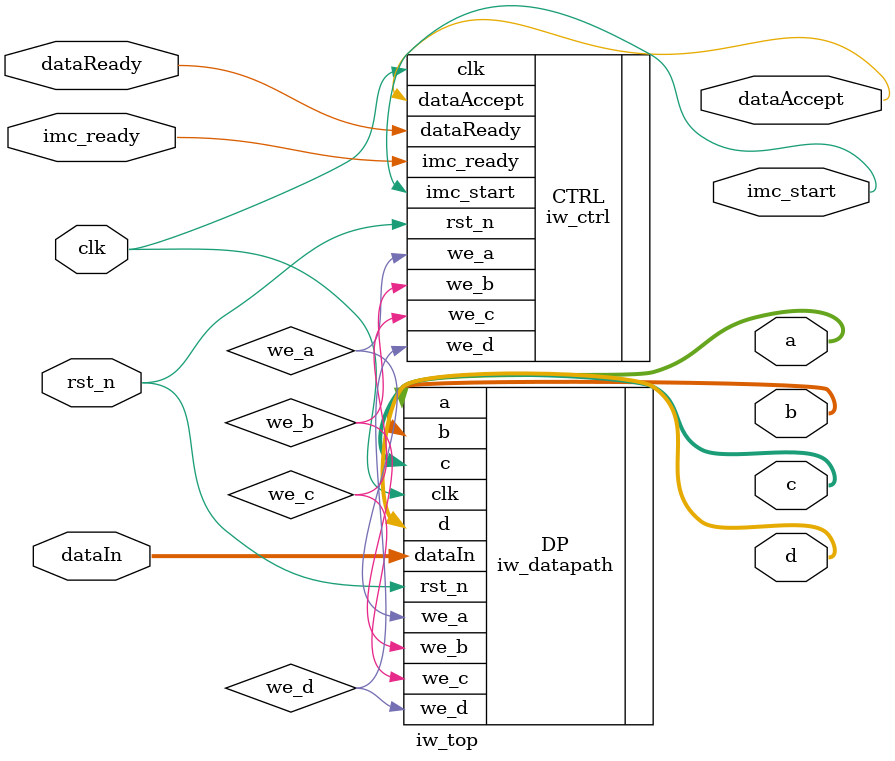
<source format=sv>
module iw_top (
    input  logic        clk, rst_n,
  // upstream
    input  logic        dataReady,
    input  logic [15:0] dataIn,
    output logic        dataAccept,
  // to IMC
    input  logic        imc_ready,
    output logic        imc_start,
    output logic [15:0] a, b, c, d
);
    logic we_a, we_b, we_c, we_d;

    iw_ctrl     CTRL(.clk, .rst_n, .dataReady, .dataAccept,
                    .imc_ready, .imc_start, .we_a, .we_b, .we_c, .we_d);
    iw_datapath DP  (.clk, .rst_n, .dataIn, .we_a, .we_b, .we_c, .we_d, .a, .b, .c, .d);
    
endmodule
</source>
